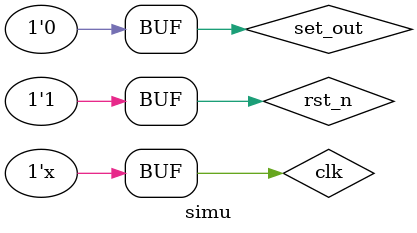
<source format=v>
`timescale 1ns / 1ps


module simu(

    );
    reg clk,rst_n,set_out;
    wire led;
    
    naozhong inst(clk,rst_n,set_out,led);
    initial begin
    clk=0;rst_n=0;
    #20 rst_n=1;
    #100 set_out = 1;
    #10 set_out = 0;
    end
    always#5 clk=~clk;
endmodule

</source>
